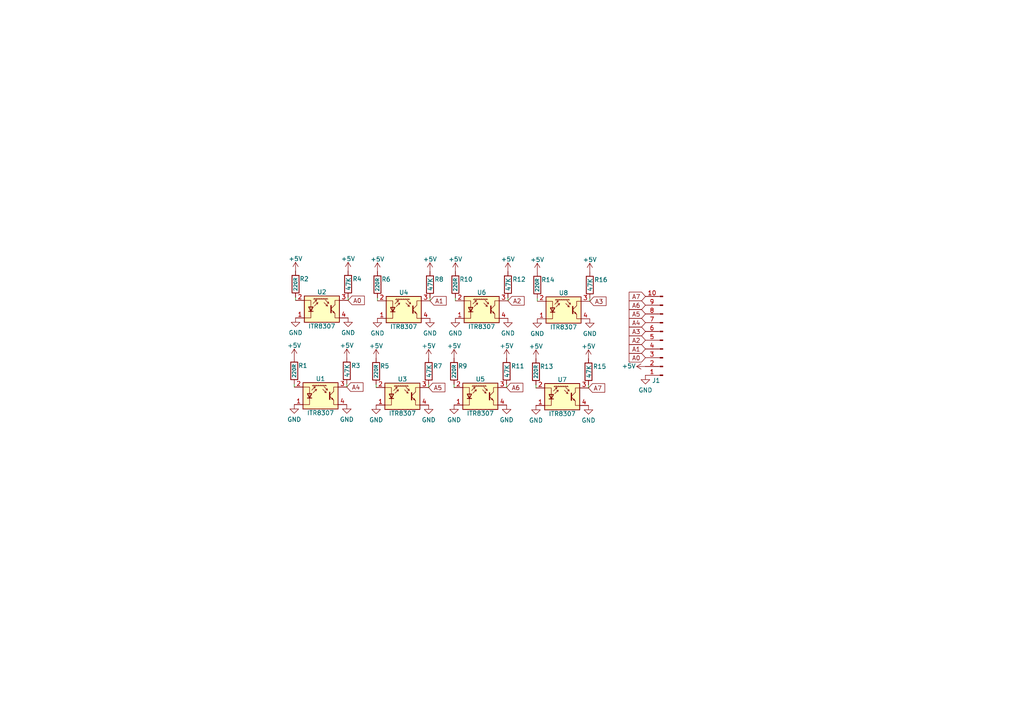
<source format=kicad_sch>
(kicad_sch (version 20230121) (generator eeschema)
  (paper "A4")
  (lib_symbols
    (symbol "Connector:Conn_01x10_Pin" (pin_names (offset 1.016) hide)
      (property "Reference" "J" (at 0 12.7 0))
      (property "Value" "Conn_01x10_Pin" (at 0 -15.24 0))
      (symbol "Conn_01x10_Pin_1_1"
        (polyline (pts (xy 1.27 -12.7) (xy 0.8636 -12.7)) (stroke (width 0.1524)))
        (polyline (pts (xy 1.27 -10.16) (xy 0.8636 -10.16)) (stroke (width 0.1524)))
        (polyline (pts (xy 1.27 -7.62) (xy 0.8636 -7.62)) (stroke (width 0.1524)))
        (polyline (pts (xy 1.27 -5.08) (xy 0.8636 -5.08)) (stroke (width 0.1524)))
        (polyline (pts (xy 1.27 -2.54) (xy 0.8636 -2.54)) (stroke (width 0.1524)))
        (polyline (pts (xy 1.27 0) (xy 0.8636 0)) (stroke (width 0.1524)))
        (polyline (pts (xy 1.27 2.54) (xy 0.8636 2.54)) (stroke (width 0.1524)))
        (polyline (pts (xy 1.27 5.08) (xy 0.8636 5.08)) (stroke (width 0.1524)))
        (polyline (pts (xy 1.27 7.62) (xy 0.8636 7.62)) (stroke (width 0.1524)))
        (polyline (pts (xy 1.27 10.16) (xy 0.8636 10.16)) (stroke (width 0.1524)))
        (rectangle (start 0.8636 -12.573) (end 0 -12.827) (stroke (width 0.1524)) (fill (type outline)))
        (rectangle (start 0.8636 -10.033) (end 0 -10.287) (stroke (width 0.1524)) (fill (type outline)))
        (rectangle (start 0.8636 -7.493) (end 0 -7.747) (stroke (width 0.1524)) (fill (type outline)))
        (rectangle (start 0.8636 -4.953) (end 0 -5.207) (stroke (width 0.1524)) (fill (type outline)))
        (rectangle (start 0.8636 -2.413) (end 0 -2.667) (stroke (width 0.1524)) (fill (type outline)))
        (rectangle (start 0.8636 0.127) (end 0 -0.127) (stroke (width 0.1524)) (fill (type outline)))
        (rectangle (start 0.8636 2.667) (end 0 2.413) (stroke (width 0.1524)) (fill (type outline)))
        (rectangle (start 0.8636 5.207) (end 0 4.953) (stroke (width 0.1524)) (fill (type outline)))
        (rectangle (start 0.8636 7.747) (end 0 7.493) (stroke (width 0.1524)) (fill (type outline)))
        (rectangle (start 0.8636 10.287) (end 0 10.033) (stroke (width 0.1524)) (fill (type outline)))
        (pin passive line (at 5.08 10.16 180) (length 3.81) (name "Pin_1") (number "1"))
        (pin passive line (at 5.08 -12.7 180) (length 3.81) (name "Pin_10") (number "10"))
        (pin passive line (at 5.08 7.62 180) (length 3.81) (name "Pin_2") (number "2"))
        (pin passive line (at 5.08 5.08 180) (length 3.81) (name "Pin_3") (number "3"))
        (pin passive line (at 5.08 2.54 180) (length 3.81) (name "Pin_4") (number "4"))
        (pin passive line (at 5.08 0 180) (length 3.81) (name "Pin_5") (number "5"))
        (pin passive line (at 5.08 -2.54 180) (length 3.81) (name "Pin_6") (number "6"))
        (pin passive line (at 5.08 -5.08 180) (length 3.81) (name "Pin_7") (number "7"))
        (pin passive line (at 5.08 -7.62 180) (length 3.81) (name "Pin_8") (number "8"))
        (pin passive line (at 5.08 -10.16 180) (length 3.81) (name "Pin_9") (number "9"))
      )
    )
    (symbol "Device:R" (pin_numbers hide) (pin_names (offset 0))
      (property "Reference" "R" (at 2.032 0 90))
      (property "Value" "R" (at 0 0 90))
      (symbol "R_0_1"
        (rectangle (start -1.016 -2.54) (end 1.016 2.54) (stroke (width 0.254)))
      )
      (symbol "R_1_1"
        (pin passive line (at 0 3.81 270) (length 1.27) (name "~") (number "1"))
        (pin passive line (at 0 -3.81 90) (length 1.27) (name "~") (number "2"))
      )
    )
    (symbol "Sensor_Proximity:ITR8307" (pin_names (offset 0.0254) hide)
      (property "Reference" "U" (at -5.08 5.08 0))
      (property "Value" "ITR8307" (at 7.62 5.08 0))
      (symbol "ITR8307_0_1"
        (polyline (pts (xy -3.81 -0.635) (xy -2.54 -0.635)) (stroke (width 0.254)))
        (polyline (pts (xy -2.286 2.921) (xy -2.032 3.175)))
        (polyline (pts (xy -1.778 2.921) (xy -1.524 3.175)))
        (polyline (pts (xy -1.524 2.667) (xy -1.651 2.159)))
        (polyline (pts (xy -1.27 2.921) (xy -1.016 3.175)))
        (polyline (pts (xy -1.143 1.905) (xy -1.27 1.397)))
        (polyline (pts (xy -0.762 2.921) (xy -0.508 3.175)))
        (polyline (pts (xy -0.254 2.921) (xy 0 3.175)))
        (polyline (pts (xy 0.254 2.921) (xy 0.508 3.175)))
        (polyline (pts (xy 0.762 2.921) (xy 1.016 3.175)))
        (polyline (pts (xy 1.27 2.921) (xy 1.524 3.175)))
        (polyline (pts (xy 1.651 0.889) (xy 1.143 1.016)))
        (polyline (pts (xy 1.778 2.921) (xy -2.413 2.921)))
        (polyline (pts (xy 2.032 1.651) (xy 1.524 1.778)))
        (polyline (pts (xy 2.667 -0.127) (xy 3.81 -1.27)))
        (polyline (pts (xy 2.667 0.127) (xy 3.81 1.27)))
        (polyline (pts (xy -2.54 1.651) (xy -1.524 2.667) (xy -2.032 2.54)))
        (polyline (pts (xy -2.159 0.889) (xy -1.143 1.905) (xy -1.651 1.778)))
        (polyline (pts (xy 0.635 1.905) (xy 1.651 0.889) (xy 1.524 1.397)))
        (polyline (pts (xy 1.016 2.667) (xy 2.032 1.651) (xy 1.905 2.159)))
        (polyline (pts (xy 2.667 1.016) (xy 2.667 -1.016) (xy 2.667 -1.016)) (stroke (width 0.3556)))
        (polyline (pts (xy 3.81 -1.27) (xy 3.81 -2.54) (xy 5.08 -2.54)))
        (polyline (pts (xy 3.81 1.27) (xy 3.81 2.54) (xy 5.08 2.54)))
        (polyline (pts (xy -5.08 -2.54) (xy -3.175 -2.54) (xy -3.175 2.54) (xy -5.08 2.54)))
        (polyline (pts (xy -3.175 -0.635) (xy -3.81 0.635) (xy -2.54 0.635) (xy -3.175 -0.635)) (stroke (width 0.254)))
        (polyline (pts (xy 3.683 -1.143) (xy 3.429 -0.635) (xy 3.175 -0.889) (xy 3.683 -1.143)))
        (polyline (pts (xy -5.08 -3.81) (xy 5.08 -3.81) (xy 5.08 3.81) (xy -5.08 3.81) (xy -5.08 -3.81)) (stroke (width 0.254)) (fill (type background)))
      )
      (symbol "ITR8307_1_1"
        (pin passive line (at -7.62 -2.54 0) (length 2.54) (name "K") (number "1"))
        (pin passive line (at -7.62 2.54 0) (length 2.54) (name "A") (number "2"))
        (pin open_collector line (at 7.62 2.54 180) (length 2.54) (name "C") (number "3"))
        (pin open_emitter line (at 7.62 -2.54 180) (length 2.54) (name "E") (number "4"))
      )
    )
    (symbol "power:+5V" (power) (pin_names (offset 0))
      (property "Value" "+5V" (at 0 3.556 0))
      (symbol "+5V_0_1"
        (polyline (pts (xy -0.762 1.27) (xy 0 2.54)))
        (polyline (pts (xy 0 0) (xy 0 2.54)))
        (polyline (pts (xy 0 2.54) (xy 0.762 1.27)))
      )
      (symbol "+5V_1_1"
        (pin power_in line (at 0 0 90) (length 0) hide (name "+5V") (number "1"))
      )
    )
    (symbol "power:GND" (power) (pin_names (offset 0))
      (property "Value" "GND" (at 0 -3.81 0))
      (symbol "GND_0_1"
        (polyline (pts (xy 0 0) (xy 0 -1.27) (xy 1.27 -1.27) (xy 0 -2.54) (xy -1.27 -1.27) (xy 0 -1.27)))
      )
      (symbol "GND_1_1"
        (pin power_in line (at 0 0 270) (length 0) hide (name "GND") (number "1"))
      )
    )
  )
  (wire (pts (xy 100.965 86.233) (xy 100.965 87.122)))
  (wire (pts (xy 171.069 86.487) (xy 171.069 87.376)))
  (wire (pts (xy 147.32 86.36) (xy 147.32 87.249)))
  (wire (pts (xy 109.474 86.36) (xy 109.474 87.249)))
  (wire (pts (xy 100.584 111.379) (xy 100.584 112.268)))
  (wire (pts (xy 155.448 111.633) (xy 155.448 112.522)))
  (wire (pts (xy 85.344 111.379) (xy 85.344 112.268)))
  (wire (pts (xy 109.093 111.506) (xy 109.093 112.395)))
  (wire (pts (xy 124.333 111.506) (xy 124.333 112.395)))
  (wire (pts (xy 132.08 86.36) (xy 132.08 87.249)))
  (wire (pts (xy 124.714 86.36) (xy 124.714 87.249)))
  (wire (pts (xy 155.829 86.487) (xy 155.829 87.376)))
  (wire (pts (xy 146.939 111.506) (xy 146.939 112.395)))
  (wire (pts (xy 131.699 111.506) (xy 131.699 112.395)))
  (wire (pts (xy 85.725 86.233) (xy 85.725 87.122)))
  (wire (pts (xy 170.688 111.633) (xy 170.688 112.522)))
  (global_label "A1" (shape input) (at 187.198 101.219 180) (property "Intersheetrefs" "${INTERSHEET_REFS}" (effects hide)))
  (global_label "A3" (shape input) (at 171.069 87.376 0) (property "Intersheetrefs" "${INTERSHEET_REFS}" (effects hide)))
  (global_label "A3" (shape input) (at 187.198 96.139 180) (property "Intersheetrefs" "${INTERSHEET_REFS}" (effects hide)))
  (global_label "A2" (shape input) (at 147.32 87.249 0) (property "Intersheetrefs" "${INTERSHEET_REFS}" (effects hide)))
  (global_label "A7" (shape input) (at 187.198 85.979 180) (property "Intersheetrefs" "${INTERSHEET_REFS}" (effects hide)))
  (global_label "A7" (shape input) (at 170.688 112.522 0) (property "Intersheetrefs" "${INTERSHEET_REFS}" (effects hide)))
  (global_label "A2" (shape input) (at 187.198 98.679 180) (property "Intersheetrefs" "${INTERSHEET_REFS}" (effects hide)))
  (global_label "A0" (shape input) (at 100.965 87.122 0) (property "Intersheetrefs" "${INTERSHEET_REFS}" (effects hide)))
  (global_label "A6" (shape input) (at 146.939 112.395 0) (property "Intersheetrefs" "${INTERSHEET_REFS}" (effects hide)))
  (global_label "A5" (shape input) (at 124.333 112.395 0) (property "Intersheetrefs" "${INTERSHEET_REFS}" (effects hide)))
  (global_label "A4" (shape input) (at 187.198 93.599 180) (property "Intersheetrefs" "${INTERSHEET_REFS}" (effects hide)))
  (global_label "A6" (shape input) (at 187.198 88.519 180) (property "Intersheetrefs" "${INTERSHEET_REFS}" (effects hide)))
  (global_label "A5" (shape input) (at 187.198 91.059 180) (property "Intersheetrefs" "${INTERSHEET_REFS}" (effects hide)))
  (global_label "A4" (shape input) (at 100.584 112.268 0) (property "Intersheetrefs" "${INTERSHEET_REFS}" (effects hide)))
  (global_label "A1" (shape input) (at 124.714 87.249 0) (property "Intersheetrefs" "${INTERSHEET_REFS}" (effects hide)))
  (global_label "A0" (shape input) (at 187.198 103.759 180) (property "Intersheetrefs" "${INTERSHEET_REFS}" (effects hide)))
  (symbol (lib_id "power:GND") (at 109.474 92.329 0) (unit 1)
    (property "Reference" "#PWR012" (effects hide))
    (property "Value" "GND" (at 109.474 96.647 0))
  )
  (symbol (lib_id "Sensor_Proximity:ITR8307") (at 93.345 89.662 0) (unit 1)
    (property "Reference" "U2" (at 93.345 84.709 0))
    (property "Value" "ITR8307" (at 93.345 94.615 0))
    (property "Footprint" "OptoDevice:Everlight_ITR8307" (effects hide))
    (property "Datasheet" "http://www.everlight.com/file/ProductFile/ITR8307.pdf" (effects hide))
  )
  (symbol (lib_id "Device:R") (at 131.699 107.696 0) (unit 1)
    (property "Reference" "R9" (at 132.842 106.172 0) (effects (justify left)))
    (property "Value" "220R" (at 131.699 109.728 90) (effects (font (size 1 1)) (justify left)))
    (property "Footprint" "Resistor_SMD:R_1206_3216Metric_Pad1.30x1.75mm_HandSolder" (effects hide))
  )
  (symbol (lib_id "power:+5V") (at 85.725 78.613 0) (unit 1)
    (property "Reference" "#PWR03" (effects hide))
    (property "Value" "+5V" (at 85.725 75.057 0))
  )
  (symbol (lib_id "Device:R") (at 155.829 82.677 0) (unit 1)
    (property "Reference" "R14" (at 156.972 81.153 0) (effects (justify left)))
    (property "Value" "220R" (at 155.829 84.709 90) (effects (font (size 1 1)) (justify left)))
    (property "Footprint" "Resistor_SMD:R_1206_3216Metric_Pad1.30x1.75mm_HandSolder" (effects hide))
  )
  (symbol (lib_id "power:GND") (at 131.699 117.475 0) (unit 1)
    (property "Reference" "#PWR018" (effects hide))
    (property "Value" "GND" (at 131.699 121.793 0))
  )
  (symbol (lib_id "Sensor_Proximity:ITR8307") (at 163.068 115.062 0) (unit 1)
    (property "Reference" "U7" (at 163.068 110.109 0))
    (property "Value" "ITR8307" (at 163.068 120.015 0))
    (property "Footprint" "OptoDevice:Everlight_ITR8307" (effects hide))
    (property "Datasheet" "http://www.everlight.com/file/ProductFile/ITR8307.pdf" (effects hide))
  )
  (symbol (lib_id "Device:R") (at 124.333 107.696 0) (unit 1)
    (property "Reference" "R7" (at 125.603 106.172 0) (effects (justify left)))
    (property "Value" "47K" (at 124.46 109.601 90) (effects (justify left)))
    (property "Footprint" "Resistor_SMD:R_1206_3216Metric_Pad1.30x1.75mm_HandSolder" (effects hide))
  )
  (symbol (lib_id "Device:R") (at 171.069 82.677 0) (unit 1)
    (property "Reference" "R16" (at 172.339 81.153 0) (effects (justify left)))
    (property "Value" "47K" (at 171.196 84.582 90) (effects (justify left)))
    (property "Footprint" "Resistor_SMD:R_1206_3216Metric_Pad1.30x1.75mm_HandSolder" (effects hide))
  )
  (symbol (lib_id "power:GND") (at 124.333 117.475 0) (unit 1)
    (property "Reference" "#PWR014" (effects hide))
    (property "Value" "GND" (at 124.333 121.793 0))
  )
  (symbol (lib_id "power:+5V") (at 155.448 104.013 0) (unit 1)
    (property "Reference" "#PWR025" (effects hide))
    (property "Value" "+5V" (at 155.448 100.457 0))
  )
  (symbol (lib_id "power:+5V") (at 124.714 78.74 0) (unit 1)
    (property "Reference" "#PWR015" (effects hide))
    (property "Value" "+5V" (at 124.714 75.184 0))
  )
  (symbol (lib_id "Device:R") (at 109.474 82.55 0) (unit 1)
    (property "Reference" "R6" (at 110.617 81.026 0) (effects (justify left)))
    (property "Value" "220R" (at 109.474 84.582 90) (effects (font (size 1 1)) (justify left)))
    (property "Footprint" "Resistor_SMD:R_1206_3216Metric_Pad1.30x1.75mm_HandSolder" (effects hide))
  )
  (symbol (lib_id "power:GND") (at 147.32 92.329 0) (unit 1)
    (property "Reference" "#PWR024" (effects hide))
    (property "Value" "GND" (at 147.32 96.647 0))
  )
  (symbol (lib_id "power:GND") (at 100.584 117.348 0) (unit 1)
    (property "Reference" "#PWR06" (effects hide))
    (property "Value" "GND" (at 100.584 121.666 0))
  )
  (symbol (lib_id "power:+5V") (at 100.965 78.613 0) (unit 1)
    (property "Reference" "#PWR07" (effects hide))
    (property "Value" "+5V" (at 100.965 75.057 0))
  )
  (symbol (lib_id "power:+5V") (at 171.069 78.867 0) (unit 1)
    (property "Reference" "#PWR031" (effects hide))
    (property "Value" "+5V" (at 171.069 75.311 0))
  )
  (symbol (lib_id "Connector:Conn_01x10_Pin") (at 192.278 98.679 180) (unit 1)
    (property "Reference" "J1" (at 189.103 110.363 0) (effects (justify right)))
    (property "Value" "Conn_01x10_Pin" (effects hide))
  )
  (symbol (lib_id "Device:R") (at 85.725 82.423 0) (unit 1)
    (property "Reference" "R2" (at 86.868 80.899 0) (effects (justify left)))
    (property "Value" "220R" (at 85.725 84.455 90) (effects (font (size 1 1)) (justify left)))
    (property "Footprint" "Resistor_SMD:R_1206_3216Metric_Pad1.30x1.75mm_HandSolder" (effects hide))
  )
  (symbol (lib_id "Sensor_Proximity:ITR8307") (at 117.094 89.789 0) (unit 1)
    (property "Reference" "U4" (at 117.094 84.836 0))
    (property "Value" "ITR8307" (at 117.094 94.742 0))
    (property "Footprint" "OptoDevice:Everlight_ITR8307" (effects hide))
    (property "Datasheet" "http://www.everlight.com/file/ProductFile/ITR8307.pdf" (effects hide))
  )
  (symbol (lib_id "Device:R") (at 100.965 82.423 0) (unit 1)
    (property "Reference" "R4" (at 102.235 80.899 0) (effects (justify left)))
    (property "Value" "47K" (at 101.092 84.328 90) (effects (justify left)))
    (property "Footprint" "Resistor_SMD:R_1206_3216Metric_Pad1.30x1.75mm_HandSolder" (effects hide))
  )
  (symbol (lib_id "power:+5V") (at 187.198 106.299 90) (unit 1)
    (property "Reference" "#PWR033" (effects hide))
    (property "Value" "+5V" (at 182.372 106.172 90))
  )
  (symbol (lib_id "power:+5V") (at 155.829 78.867 0) (unit 1)
    (property "Reference" "#PWR027" (effects hide))
    (property "Value" "+5V" (at 155.829 75.311 0))
  )
  (symbol (lib_id "power:+5V") (at 170.688 104.013 0) (unit 1)
    (property "Reference" "#PWR029" (effects hide))
    (property "Value" "+5V" (at 170.688 100.457 0))
  )
  (symbol (lib_id "Sensor_Proximity:ITR8307") (at 116.713 114.935 0) (unit 1)
    (property "Reference" "U3" (at 116.713 109.982 0))
    (property "Value" "ITR8307" (at 116.713 119.888 0))
    (property "Footprint" "OptoDevice:Everlight_ITR8307" (effects hide))
    (property "Datasheet" "http://www.everlight.com/file/ProductFile/ITR8307.pdf" (effects hide))
  )
  (symbol (lib_id "Device:R") (at 100.584 107.569 0) (unit 1)
    (property "Reference" "R3" (at 101.854 106.045 0) (effects (justify left)))
    (property "Value" "47K" (at 100.711 109.474 90) (effects (justify left)))
    (property "Footprint" "Resistor_SMD:R_1206_3216Metric_Pad1.30x1.75mm_HandSolder" (effects hide))
  )
  (symbol (lib_id "power:GND") (at 170.688 117.602 0) (unit 1)
    (property "Reference" "#PWR030" (effects hide))
    (property "Value" "GND" (at 170.688 121.92 0))
  )
  (symbol (lib_id "power:GND") (at 124.714 92.329 0) (unit 1)
    (property "Reference" "#PWR016" (effects hide))
    (property "Value" "GND" (at 124.714 96.647 0))
  )
  (symbol (lib_id "power:GND") (at 85.725 92.202 0) (unit 1)
    (property "Reference" "#PWR04" (effects hide))
    (property "Value" "GND" (at 85.725 96.52 0))
  )
  (symbol (lib_id "Sensor_Proximity:ITR8307") (at 139.319 114.935 0) (unit 1)
    (property "Reference" "U5" (at 139.319 109.982 0))
    (property "Value" "ITR8307" (at 139.319 119.888 0))
    (property "Footprint" "OptoDevice:Everlight_ITR8307" (effects hide))
    (property "Datasheet" "http://www.everlight.com/file/ProductFile/ITR8307.pdf" (effects hide))
  )
  (symbol (lib_id "Sensor_Proximity:ITR8307") (at 139.7 89.789 0) (unit 1)
    (property "Reference" "U6" (at 139.7 84.836 0))
    (property "Value" "ITR8307" (at 139.7 94.742 0))
    (property "Footprint" "OptoDevice:Everlight_ITR8307" (effects hide))
    (property "Datasheet" "http://www.everlight.com/file/ProductFile/ITR8307.pdf" (effects hide))
  )
  (symbol (lib_id "Device:R") (at 155.448 107.823 0) (unit 1)
    (property "Reference" "R13" (at 156.591 106.299 0) (effects (justify left)))
    (property "Value" "220R" (at 155.448 109.855 90) (effects (font (size 1 1)) (justify left)))
    (property "Footprint" "Resistor_SMD:R_1206_3216Metric_Pad1.30x1.75mm_HandSolder" (effects hide))
  )
  (symbol (lib_id "power:GND") (at 155.448 117.602 0) (unit 1)
    (property "Reference" "#PWR026" (effects hide))
    (property "Value" "GND" (at 155.448 121.92 0))
  )
  (symbol (lib_id "power:GND") (at 146.939 117.475 0) (unit 1)
    (property "Reference" "#PWR022" (effects hide))
    (property "Value" "GND" (at 146.939 121.793 0))
  )
  (symbol (lib_id "power:GND") (at 109.093 117.475 0) (unit 1)
    (property "Reference" "#PWR010" (effects hide))
    (property "Value" "GND" (at 109.093 121.793 0))
  )
  (symbol (lib_id "power:+5V") (at 100.584 103.759 0) (unit 1)
    (property "Reference" "#PWR05" (effects hide))
    (property "Value" "+5V" (at 100.584 100.203 0))
  )
  (symbol (lib_id "Sensor_Proximity:ITR8307") (at 92.964 114.808 0) (unit 1)
    (property "Reference" "U1" (at 92.964 109.855 0))
    (property "Value" "ITR8307" (at 92.964 119.761 0))
    (property "Footprint" "OptoDevice:Everlight_ITR8307" (effects hide))
    (property "Datasheet" "http://www.everlight.com/file/ProductFile/ITR8307.pdf" (effects hide))
  )
  (symbol (lib_id "Device:R") (at 146.939 107.696 0) (unit 1)
    (property "Reference" "R11" (at 148.209 106.172 0) (effects (justify left)))
    (property "Value" "47K" (at 147.066 109.601 90) (effects (justify left)))
    (property "Footprint" "Resistor_SMD:R_1206_3216Metric_Pad1.30x1.75mm_HandSolder" (effects hide))
  )
  (symbol (lib_id "power:+5V") (at 146.939 103.886 0) (unit 1)
    (property "Reference" "#PWR021" (effects hide))
    (property "Value" "+5V" (at 146.939 100.33 0))
  )
  (symbol (lib_id "Device:R") (at 109.093 107.696 0) (unit 1)
    (property "Reference" "R5" (at 110.236 106.172 0) (effects (justify left)))
    (property "Value" "220R" (at 109.093 109.728 90) (effects (font (size 1 1)) (justify left)))
    (property "Footprint" "Resistor_SMD:R_1206_3216Metric_Pad1.30x1.75mm_HandSolder" (effects hide))
  )
  (symbol (lib_id "power:+5V") (at 147.32 78.74 0) (unit 1)
    (property "Reference" "#PWR023" (effects hide))
    (property "Value" "+5V" (at 147.32 75.184 0))
  )
  (symbol (lib_id "power:+5V") (at 85.344 103.759 0) (unit 1)
    (property "Reference" "#PWR01" (effects hide))
    (property "Value" "+5V" (at 85.344 100.203 0))
  )
  (symbol (lib_id "Device:R") (at 170.688 107.823 0) (unit 1)
    (property "Reference" "R15" (at 171.958 106.299 0) (effects (justify left)))
    (property "Value" "47K" (at 170.815 109.728 90) (effects (justify left)))
    (property "Footprint" "Resistor_SMD:R_1206_3216Metric_Pad1.30x1.75mm_HandSolder" (effects hide))
  )
  (symbol (lib_id "power:GND") (at 171.069 92.456 0) (unit 1)
    (property "Reference" "#PWR032" (effects hide))
    (property "Value" "GND" (at 171.069 96.774 0))
  )
  (symbol (lib_id "Device:R") (at 147.32 82.55 0) (unit 1)
    (property "Reference" "R12" (at 148.59 81.026 0) (effects (justify left)))
    (property "Value" "47K" (at 147.447 84.455 90) (effects (justify left)))
    (property "Footprint" "Resistor_SMD:R_1206_3216Metric_Pad1.30x1.75mm_HandSolder" (effects hide))
  )
  (symbol (lib_id "power:GND") (at 132.08 92.329 0) (unit 1)
    (property "Reference" "#PWR020" (effects hide))
    (property "Value" "GND" (at 132.08 96.647 0))
  )
  (symbol (lib_id "Device:R") (at 124.714 82.55 0) (unit 1)
    (property "Reference" "R8" (at 125.984 81.026 0) (effects (justify left)))
    (property "Value" "47K" (at 124.841 84.455 90) (effects (justify left)))
    (property "Footprint" "Resistor_SMD:R_1206_3216Metric_Pad1.30x1.75mm_HandSolder" (effects hide))
  )
  (symbol (lib_id "power:+5V") (at 132.08 78.74 0) (unit 1)
    (property "Reference" "#PWR019" (effects hide))
    (property "Value" "+5V" (at 132.08 75.184 0))
  )
  (symbol (lib_id "power:+5V") (at 124.333 103.886 0) (unit 1)
    (property "Reference" "#PWR013" (effects hide))
    (property "Value" "+5V" (at 124.333 100.33 0))
  )
  (symbol (lib_id "Device:R") (at 132.08 82.55 0) (unit 1)
    (property "Reference" "R10" (at 133.223 81.026 0) (effects (justify left)))
    (property "Value" "220R" (at 132.08 84.582 90) (effects (font (size 1 1)) (justify left)))
    (property "Footprint" "Resistor_SMD:R_1206_3216Metric_Pad1.30x1.75mm_HandSolder" (effects hide))
  )
  (symbol (lib_id "Device:R") (at 85.344 107.569 0) (unit 1)
    (property "Reference" "R1" (at 86.487 106.045 0) (effects (justify left)))
    (property "Value" "220R" (at 85.344 109.601 90) (effects (font (size 1 1)) (justify left)))
    (property "Footprint" "Resistor_SMD:R_1206_3216Metric_Pad1.30x1.75mm_HandSolder" (effects hide))
  )
  (symbol (lib_id "power:+5V") (at 109.474 78.74 0) (unit 1)
    (property "Reference" "#PWR011" (effects hide))
    (property "Value" "+5V" (at 109.474 75.184 0))
  )
  (symbol (lib_id "power:GND") (at 187.198 108.839 0) (unit 1)
    (property "Reference" "#PWR034" (effects hide))
    (property "Value" "GND" (at 187.198 113.157 0))
  )
  (symbol (lib_id "power:+5V") (at 109.093 103.886 0) (unit 1)
    (property "Reference" "#PWR09" (effects hide))
    (property "Value" "+5V" (at 109.093 100.33 0))
  )
  (symbol (lib_id "power:+5V") (at 131.699 103.886 0) (unit 1)
    (property "Reference" "#PWR017" (effects hide))
    (property "Value" "+5V" (at 131.699 100.33 0))
  )
  (symbol (lib_id "power:GND") (at 155.829 92.456 0) (unit 1)
    (property "Reference" "#PWR028" (effects hide))
    (property "Value" "GND" (at 155.829 96.774 0))
  )
  (symbol (lib_id "power:GND") (at 85.344 117.348 0) (unit 1)
    (property "Reference" "#PWR02" (effects hide))
    (property "Value" "GND" (at 85.344 121.666 0))
  )
  (symbol (lib_id "power:GND") (at 100.965 92.202 0) (unit 1)
    (property "Reference" "#PWR08" (effects hide))
    (property "Value" "GND" (at 100.965 96.52 0))
  )
  (symbol (lib_id "Sensor_Proximity:ITR8307") (at 163.449 89.916 0) (unit 1)
    (property "Reference" "U8" (at 163.449 84.963 0))
    (property "Value" "ITR8307" (at 163.449 94.869 0))
    (property "Footprint" "OptoDevice:Everlight_ITR8307" (effects hide))
    (property "Datasheet" "http://www.everlight.com/file/ProductFile/ITR8307.pdf" (effects hide))
  )
)
</source>
